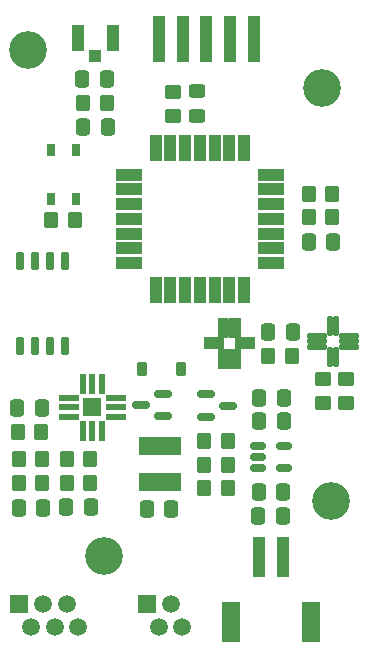
<source format=gbr>
%TF.GenerationSoftware,KiCad,Pcbnew,7.0.8-7.0.8~ubuntu22.04.1*%
%TF.CreationDate,2023-10-22T09:32:13-04:00*%
%TF.ProjectId,DDRN_Hardware,4444524e-5f48-4617-9264-776172652e6b,rev?*%
%TF.SameCoordinates,Original*%
%TF.FileFunction,Soldermask,Top*%
%TF.FilePolarity,Negative*%
%FSLAX46Y46*%
G04 Gerber Fmt 4.6, Leading zero omitted, Abs format (unit mm)*
G04 Created by KiCad (PCBNEW 7.0.8-7.0.8~ubuntu22.04.1) date 2023-10-22 09:32:13*
%MOMM*%
%LPD*%
G01*
G04 APERTURE LIST*
G04 Aperture macros list*
%AMRoundRect*
0 Rectangle with rounded corners*
0 $1 Rounding radius*
0 $2 $3 $4 $5 $6 $7 $8 $9 X,Y pos of 4 corners*
0 Add a 4 corners polygon primitive as box body*
4,1,4,$2,$3,$4,$5,$6,$7,$8,$9,$2,$3,0*
0 Add four circle primitives for the rounded corners*
1,1,$1+$1,$2,$3*
1,1,$1+$1,$4,$5*
1,1,$1+$1,$6,$7*
1,1,$1+$1,$8,$9*
0 Add four rect primitives between the rounded corners*
20,1,$1+$1,$2,$3,$4,$5,0*
20,1,$1+$1,$4,$5,$6,$7,0*
20,1,$1+$1,$6,$7,$8,$9,0*
20,1,$1+$1,$8,$9,$2,$3,0*%
G04 Aperture macros list end*
%ADD10C,3.200000*%
%ADD11R,2.300000X1.000000*%
%ADD12R,1.000000X2.300000*%
%ADD13RoundRect,0.102000X-0.175000X0.750000X-0.175000X-0.750000X0.175000X-0.750000X0.175000X0.750000X0*%
%ADD14RoundRect,0.102000X0.750000X0.175000X-0.750000X0.175000X-0.750000X-0.175000X0.750000X-0.175000X0*%
%ADD15RoundRect,0.102000X0.175000X-0.750000X0.175000X0.750000X-0.175000X0.750000X-0.175000X-0.750000X0*%
%ADD16RoundRect,0.102000X-0.750000X-0.175000X0.750000X-0.175000X0.750000X0.175000X-0.750000X0.175000X0*%
%ADD17R,1.500000X1.500000*%
%ADD18RoundRect,0.102000X0.162500X-0.750000X0.162500X0.750000X-0.162500X0.750000X-0.162500X-0.750000X0*%
%ADD19RoundRect,0.250000X-0.350000X-0.450000X0.350000X-0.450000X0.350000X0.450000X-0.350000X0.450000X0*%
%ADD20RoundRect,0.250000X0.350000X0.450000X-0.350000X0.450000X-0.350000X-0.450000X0.350000X-0.450000X0*%
%ADD21R,0.650000X1.050000*%
%ADD22RoundRect,0.250000X0.450000X-0.350000X0.450000X0.350000X-0.450000X0.350000X-0.450000X-0.350000X0*%
%ADD23RoundRect,0.250000X-0.450000X0.350000X-0.450000X-0.350000X0.450000X-0.350000X0.450000X0.350000X0*%
%ADD24RoundRect,0.102000X-0.125000X-0.750000X0.125000X-0.750000X0.125000X0.750000X-0.125000X0.750000X0*%
%ADD25RoundRect,0.102000X-0.750000X-0.125000X0.750000X-0.125000X0.750000X0.125000X-0.750000X0.125000X0*%
%ADD26R,1.050000X2.200000*%
%ADD27R,1.000000X1.050000*%
%ADD28RoundRect,0.150000X-0.150000X0.650000X-0.150000X-0.650000X0.150000X-0.650000X0.150000X0.650000X0*%
%ADD29RoundRect,0.250000X0.337500X0.475000X-0.337500X0.475000X-0.337500X-0.475000X0.337500X-0.475000X0*%
%ADD30RoundRect,0.250000X-0.337500X-0.475000X0.337500X-0.475000X0.337500X0.475000X-0.337500X0.475000X0*%
%ADD31R,3.600000X1.500000*%
%ADD32R,1.000000X4.000000*%
%ADD33C,1.500000*%
%ADD34RoundRect,0.150000X-0.512500X-0.150000X0.512500X-0.150000X0.512500X0.150000X-0.512500X0.150000X0*%
%ADD35RoundRect,0.150000X0.587500X0.150000X-0.587500X0.150000X-0.587500X-0.150000X0.587500X-0.150000X0*%
%ADD36R,1.500000X3.400000*%
%ADD37R,1.000000X3.500000*%
%ADD38RoundRect,0.225000X-0.225000X-0.375000X0.225000X-0.375000X0.225000X0.375000X-0.225000X0.375000X0*%
%ADD39RoundRect,0.250000X0.450000X-0.325000X0.450000X0.325000X-0.450000X0.325000X-0.450000X-0.325000X0*%
%ADD40RoundRect,0.150000X-0.587500X-0.150000X0.587500X-0.150000X0.587500X0.150000X-0.587500X0.150000X0*%
G04 APERTURE END LIST*
D10*
%TO.C,H4*%
X63662500Y-137750000D03*
%TD*%
%TO.C,H3*%
X82862500Y-133050000D03*
%TD*%
%TO.C,H2*%
X57162500Y-94850000D03*
%TD*%
%TO.C,H1*%
X82062500Y-98050000D03*
%TD*%
D11*
%TO.C,U1*%
X77750000Y-112925000D03*
X77750000Y-111675000D03*
X77750000Y-110425000D03*
X77750000Y-109175000D03*
X77750000Y-107925000D03*
X77750000Y-106675000D03*
X77750000Y-105425000D03*
D12*
X75500000Y-103175000D03*
X74250000Y-103175000D03*
X73000000Y-103175000D03*
X71750000Y-103175000D03*
X70500000Y-103175000D03*
X69250000Y-103175000D03*
X68000000Y-103175000D03*
D11*
X65750000Y-105425000D03*
X65750000Y-106675000D03*
X65750000Y-107925000D03*
X65750000Y-109175000D03*
X65750000Y-110425000D03*
X65750000Y-111675000D03*
X65750000Y-112925000D03*
D12*
X68000000Y-115175000D03*
X69250000Y-115175000D03*
X70500000Y-115175000D03*
X71750000Y-115175000D03*
X73000000Y-115175000D03*
X74250000Y-115175000D03*
X75500000Y-115175000D03*
%TD*%
D13*
%TO.C,U2*%
X63450000Y-123137500D03*
X62650000Y-123137500D03*
X61850000Y-123137500D03*
D14*
X60650000Y-124337500D03*
X60650000Y-125137500D03*
X60650000Y-125937500D03*
D15*
X61850000Y-127137500D03*
X62650000Y-127137500D03*
X63450000Y-127137500D03*
D16*
X64650000Y-125937500D03*
X64650000Y-125137500D03*
X64650000Y-124337500D03*
D17*
X62650000Y-125137500D03*
%TD*%
D15*
%TO.C,U5*%
X73500000Y-121000000D03*
X74000000Y-121000000D03*
X74500000Y-121000000D03*
X75000000Y-121000000D03*
D14*
X75550000Y-119950000D03*
X75550000Y-119450000D03*
D15*
X75000000Y-118400000D03*
X74500000Y-118400000D03*
D18*
X73987500Y-118400000D03*
D15*
X73500000Y-118400000D03*
D14*
X72950000Y-119450000D03*
X72950000Y-119950000D03*
%TD*%
D19*
%TO.C,R1*%
X60456250Y-131531250D03*
X62456250Y-131531250D03*
%TD*%
D20*
%TO.C,R14*%
X61150000Y-109300000D03*
X59150000Y-109300000D03*
%TD*%
D21*
%TO.C,SW1*%
X61250000Y-103300000D03*
X61250000Y-107450000D03*
X59100000Y-103300000D03*
X59100000Y-107450000D03*
%TD*%
D22*
%TO.C,R15*%
X69450000Y-100450000D03*
X69450000Y-98450000D03*
%TD*%
D23*
%TO.C,R7*%
X82150000Y-122750000D03*
X82150000Y-124750000D03*
%TD*%
D24*
%TO.C,U3*%
X83300000Y-118250000D03*
X82800000Y-118250000D03*
D25*
X81700000Y-119050000D03*
X81700000Y-119550000D03*
X81700000Y-120050000D03*
D24*
X82800000Y-120850000D03*
X83300000Y-120850000D03*
D25*
X84400000Y-120050000D03*
X84400000Y-119550000D03*
X84400000Y-119050000D03*
%TD*%
D26*
%TO.C,J2*%
X64362500Y-93850000D03*
X61412500Y-93850000D03*
D27*
X62887500Y-95375000D03*
%TD*%
D28*
%TO.C,U4*%
X60355000Y-112750000D03*
X59085000Y-112750000D03*
X57815000Y-112750000D03*
X56545000Y-112750000D03*
X56545000Y-119950000D03*
X57815000Y-119950000D03*
X59085000Y-119950000D03*
X60355000Y-119950000D03*
%TD*%
D19*
%TO.C,R4*%
X56387500Y-131512500D03*
X58387500Y-131512500D03*
%TD*%
D29*
%TO.C,C10*%
X78837500Y-126322120D03*
X76762500Y-126322120D03*
%TD*%
%TO.C,C11*%
X63937500Y-101350000D03*
X61862500Y-101350000D03*
%TD*%
D30*
%TO.C,C12*%
X61787500Y-97350000D03*
X63862500Y-97350000D03*
%TD*%
D20*
%TO.C,R2*%
X58387500Y-129462500D03*
X56387500Y-129462500D03*
%TD*%
D19*
%TO.C,R9*%
X80950000Y-109050000D03*
X82950000Y-109050000D03*
%TD*%
D29*
%TO.C,C4*%
X56300000Y-125162500D03*
X58375000Y-125162500D03*
%TD*%
D31*
%TO.C,L1*%
X68400000Y-128400000D03*
X68400000Y-131450000D03*
%TD*%
D23*
%TO.C,R6*%
X84150000Y-122750000D03*
X84150000Y-124750000D03*
%TD*%
D19*
%TO.C,R5*%
X60450000Y-129537500D03*
X62450000Y-129537500D03*
%TD*%
%TO.C,R12*%
X72100000Y-129972120D03*
X74100000Y-129972120D03*
%TD*%
D32*
%TO.C,J8*%
X76290000Y-93935000D03*
X74290000Y-93935000D03*
X72290000Y-93935000D03*
X70290000Y-93935000D03*
X68290000Y-93935000D03*
%TD*%
D30*
%TO.C,C7*%
X76725000Y-132322120D03*
X78800000Y-132322120D03*
%TD*%
D17*
%TO.C,J5*%
X56462500Y-141750000D03*
D33*
X57462500Y-143750000D03*
X58462500Y-141750000D03*
X59462500Y-143750000D03*
X60462500Y-141750000D03*
X61462500Y-143750000D03*
%TD*%
D30*
%TO.C,C8*%
X76687500Y-134322120D03*
X78762500Y-134322120D03*
%TD*%
D33*
%TO.C,J4*%
X70262500Y-143750000D03*
X69262500Y-141750000D03*
X68262500Y-143750000D03*
D17*
X67262500Y-141750000D03*
%TD*%
D20*
%TO.C,R13*%
X74100000Y-127972120D03*
X72100000Y-127972120D03*
%TD*%
D34*
%TO.C,U6*%
X76625000Y-128372120D03*
X76625000Y-129322120D03*
X76625000Y-130272120D03*
X78900000Y-130272120D03*
X78900000Y-128372120D03*
%TD*%
D29*
%TO.C,C2*%
X69337500Y-133700000D03*
X67262500Y-133700000D03*
%TD*%
D30*
%TO.C,C6*%
X77525000Y-118750000D03*
X79600000Y-118750000D03*
%TD*%
D20*
%TO.C,R3*%
X58325000Y-127212500D03*
X56325000Y-127212500D03*
%TD*%
D35*
%TO.C,Q1*%
X66762500Y-124950000D03*
X68637500Y-124000000D03*
X68637500Y-125900000D03*
%TD*%
D29*
%TO.C,C1*%
X83037500Y-111100000D03*
X80962500Y-111100000D03*
%TD*%
D36*
%TO.C,J3*%
X74412500Y-143322120D03*
X81112500Y-143322120D03*
D37*
X76762500Y-137822120D03*
X78762500Y-137822120D03*
%TD*%
D30*
%TO.C,C5*%
X56387500Y-133612500D03*
X58462500Y-133612500D03*
%TD*%
D19*
%TO.C,R8*%
X77550000Y-120750000D03*
X79550000Y-120750000D03*
%TD*%
%TO.C,R16*%
X61862500Y-99350000D03*
X63862500Y-99350000D03*
%TD*%
D29*
%TO.C,C9*%
X78837500Y-124322120D03*
X76762500Y-124322120D03*
%TD*%
D38*
%TO.C,D1*%
X66850000Y-121900000D03*
X70150000Y-121900000D03*
%TD*%
D20*
%TO.C,R11*%
X74100000Y-131972120D03*
X72100000Y-131972120D03*
%TD*%
D39*
%TO.C,D2*%
X71500000Y-100425000D03*
X71500000Y-98375000D03*
%TD*%
D19*
%TO.C,R10*%
X80950000Y-107050000D03*
X82950000Y-107050000D03*
%TD*%
D40*
%TO.C,Q2*%
X72225000Y-124022120D03*
X72225000Y-125922120D03*
X74100000Y-124972120D03*
%TD*%
D29*
%TO.C,C3*%
X62518750Y-133581250D03*
X60443750Y-133581250D03*
%TD*%
M02*

</source>
